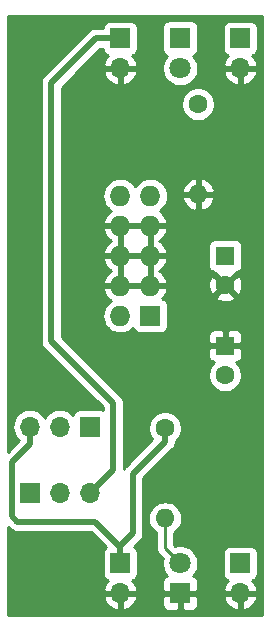
<source format=gbr>
G04 #@! TF.GenerationSoftware,KiCad,Pcbnew,(5.1.2)-2*
G04 #@! TF.CreationDate,2020-04-18T03:55:01-07:00*
G04 #@! TF.ProjectId,eurorackPower10pin,6575726f-7261-4636-9b50-6f7765723130,rev?*
G04 #@! TF.SameCoordinates,Original*
G04 #@! TF.FileFunction,Copper,L2,Bot*
G04 #@! TF.FilePolarity,Positive*
%FSLAX46Y46*%
G04 Gerber Fmt 4.6, Leading zero omitted, Abs format (unit mm)*
G04 Created by KiCad (PCBNEW (5.1.2)-2) date 2020-04-18 03:55:01*
%MOMM*%
%LPD*%
G04 APERTURE LIST*
%ADD10O,1.727200X1.727200*%
%ADD11R,1.727200X1.727200*%
%ADD12O,1.600000X1.600000*%
%ADD13C,1.600000*%
%ADD14R,1.700000X1.700000*%
%ADD15O,1.700000X1.700000*%
%ADD16C,1.800000*%
%ADD17R,1.800000X1.800000*%
%ADD18R,1.600000X1.600000*%
%ADD19C,0.508000*%
%ADD20C,0.250000*%
%ADD21C,0.254000*%
G04 APERTURE END LIST*
D10*
X0Y-13335000D03*
X2540000Y-13335000D03*
X0Y-15875000D03*
X2540000Y-15875000D03*
X0Y-18415000D03*
X2540000Y-18415000D03*
X0Y-20955000D03*
X2540000Y-20955000D03*
X0Y-23495000D03*
D11*
X2540000Y-23495000D03*
D12*
X6604000Y-13208000D03*
D13*
X6604000Y-5588000D03*
D12*
X3810000Y-40640000D03*
D13*
X3810000Y-33020000D03*
D14*
X10160000Y-44450000D03*
D15*
X10160000Y-46990000D03*
X10160000Y-2540000D03*
D14*
X10160000Y0D03*
X0Y-44450000D03*
D15*
X0Y-46990000D03*
X-7640000Y-32890000D03*
X-5100000Y-32890000D03*
D14*
X-2560000Y-32890000D03*
D15*
X0Y-2540000D03*
D14*
X0Y0D03*
D15*
X-2555000Y-38540000D03*
X-5095000Y-38540000D03*
D14*
X-7635000Y-38540000D03*
D16*
X5080000Y-44450000D03*
D17*
X5080000Y-46990000D03*
D16*
X5080000Y-2540000D03*
D17*
X5080000Y0D03*
D13*
X8890000Y-28535000D03*
D18*
X8890000Y-26035000D03*
D13*
X8890000Y-20915000D03*
D18*
X8890000Y-18415000D03*
D19*
X-2032000Y0D02*
X0Y0D01*
X-5842000Y-3810000D02*
X-2032000Y0D01*
X-5842000Y-25628000D02*
X-5842000Y-3810000D01*
X-580000Y-30890000D02*
X-5842000Y-25628000D01*
X-2555000Y-38540000D02*
X-580000Y-36565000D01*
X-580000Y-36565000D02*
X-580000Y-30890000D01*
D20*
X3810000Y-43180000D02*
X5080000Y-44450000D01*
X3810000Y-40640000D02*
X3810000Y-43180000D01*
D19*
X0Y-42960000D02*
X0Y-44450000D01*
X1080000Y-41880000D02*
X0Y-42960000D01*
X1080000Y-36881370D02*
X1080000Y-41880000D01*
X3810000Y-33020000D02*
X3810000Y-34151370D01*
X3810000Y-34151370D02*
X1080000Y-36881370D01*
X0Y-43050000D02*
X0Y-44450000D01*
X-7640000Y-34390000D02*
X-9160000Y-35910000D01*
X-7640000Y-32890000D02*
X-7640000Y-34390000D01*
X-9160000Y-35910000D02*
X-9160000Y-40470000D01*
X-9160000Y-40470000D02*
X-8700000Y-40930000D01*
X-8700000Y-40930000D02*
X-2120000Y-40930000D01*
X-2120000Y-40930000D02*
X0Y-43050000D01*
D21*
G36*
X12040001Y-48870000D02*
G01*
X-9500000Y-48870000D01*
X-9500000Y-47346890D01*
X-1441476Y-47346890D01*
X-1396825Y-47494099D01*
X-1271641Y-47756920D01*
X-1097588Y-47990269D01*
X-881355Y-48185178D01*
X-631252Y-48334157D01*
X-356891Y-48431481D01*
X-127000Y-48310814D01*
X-127000Y-47117000D01*
X127000Y-47117000D01*
X127000Y-48310814D01*
X356891Y-48431481D01*
X631252Y-48334157D01*
X881355Y-48185178D01*
X1097588Y-47990269D01*
X1172377Y-47890000D01*
X3541928Y-47890000D01*
X3554188Y-48014482D01*
X3590498Y-48134180D01*
X3649463Y-48244494D01*
X3728815Y-48341185D01*
X3825506Y-48420537D01*
X3935820Y-48479502D01*
X4055518Y-48515812D01*
X4180000Y-48528072D01*
X4794250Y-48525000D01*
X4953000Y-48366250D01*
X4953000Y-47117000D01*
X5207000Y-47117000D01*
X5207000Y-48366250D01*
X5365750Y-48525000D01*
X5980000Y-48528072D01*
X6104482Y-48515812D01*
X6224180Y-48479502D01*
X6334494Y-48420537D01*
X6431185Y-48341185D01*
X6510537Y-48244494D01*
X6569502Y-48134180D01*
X6605812Y-48014482D01*
X6618072Y-47890000D01*
X6615356Y-47346890D01*
X8718524Y-47346890D01*
X8763175Y-47494099D01*
X8888359Y-47756920D01*
X9062412Y-47990269D01*
X9278645Y-48185178D01*
X9528748Y-48334157D01*
X9803109Y-48431481D01*
X10033000Y-48310814D01*
X10033000Y-47117000D01*
X10287000Y-47117000D01*
X10287000Y-48310814D01*
X10516891Y-48431481D01*
X10791252Y-48334157D01*
X11041355Y-48185178D01*
X11257588Y-47990269D01*
X11431641Y-47756920D01*
X11556825Y-47494099D01*
X11601476Y-47346890D01*
X11480155Y-47117000D01*
X10287000Y-47117000D01*
X10033000Y-47117000D01*
X8839845Y-47117000D01*
X8718524Y-47346890D01*
X6615356Y-47346890D01*
X6615000Y-47275750D01*
X6456250Y-47117000D01*
X5207000Y-47117000D01*
X4953000Y-47117000D01*
X3703750Y-47117000D01*
X3545000Y-47275750D01*
X3541928Y-47890000D01*
X1172377Y-47890000D01*
X1271641Y-47756920D01*
X1396825Y-47494099D01*
X1441476Y-47346890D01*
X1320155Y-47117000D01*
X127000Y-47117000D01*
X-127000Y-47117000D01*
X-1320155Y-47117000D01*
X-1441476Y-47346890D01*
X-9500000Y-47346890D01*
X-9500000Y-41387234D01*
X-9359503Y-41527731D01*
X-9331659Y-41561659D01*
X-9196291Y-41672753D01*
X-9041851Y-41755303D01*
X-8975942Y-41775296D01*
X-8874276Y-41806136D01*
X-8841076Y-41809406D01*
X-8743667Y-41819000D01*
X-8743661Y-41819000D01*
X-8700001Y-41823300D01*
X-8656341Y-41819000D01*
X-2488235Y-41819000D01*
X-1222772Y-43084463D01*
X-1301185Y-43148815D01*
X-1380537Y-43245506D01*
X-1439502Y-43355820D01*
X-1475812Y-43475518D01*
X-1488072Y-43600000D01*
X-1488072Y-45300000D01*
X-1475812Y-45424482D01*
X-1439502Y-45544180D01*
X-1380537Y-45654494D01*
X-1301185Y-45751185D01*
X-1204494Y-45830537D01*
X-1094180Y-45889502D01*
X-1013534Y-45913966D01*
X-1097588Y-45989731D01*
X-1271641Y-46223080D01*
X-1396825Y-46485901D01*
X-1441476Y-46633110D01*
X-1320155Y-46863000D01*
X-127000Y-46863000D01*
X-127000Y-46843000D01*
X127000Y-46843000D01*
X127000Y-46863000D01*
X1320155Y-46863000D01*
X1441476Y-46633110D01*
X1396825Y-46485901D01*
X1271641Y-46223080D01*
X1097588Y-45989731D01*
X1013534Y-45913966D01*
X1094180Y-45889502D01*
X1204494Y-45830537D01*
X1301185Y-45751185D01*
X1380537Y-45654494D01*
X1439502Y-45544180D01*
X1475812Y-45424482D01*
X1488072Y-45300000D01*
X1488072Y-43600000D01*
X1475812Y-43475518D01*
X1439502Y-43355820D01*
X1380537Y-43245506D01*
X1301185Y-43148815D01*
X1204494Y-43069463D01*
X1167530Y-43049705D01*
X1677741Y-42539495D01*
X1711659Y-42511659D01*
X1742193Y-42474454D01*
X1822752Y-42376292D01*
X1822753Y-42376291D01*
X1905303Y-42221851D01*
X1956136Y-42054274D01*
X1969000Y-41923667D01*
X1969000Y-41923660D01*
X1973300Y-41880000D01*
X1969000Y-41836340D01*
X1969000Y-40640000D01*
X2368057Y-40640000D01*
X2395764Y-40921309D01*
X2477818Y-41191808D01*
X2611068Y-41441101D01*
X2790392Y-41659608D01*
X3008899Y-41838932D01*
X3050000Y-41860901D01*
X3050001Y-43142668D01*
X3046324Y-43180000D01*
X3060998Y-43328985D01*
X3104454Y-43472246D01*
X3175026Y-43604276D01*
X3246201Y-43691002D01*
X3270000Y-43720001D01*
X3298998Y-43743799D01*
X3596269Y-44041070D01*
X3545000Y-44298816D01*
X3545000Y-44601184D01*
X3603989Y-44897743D01*
X3719701Y-45177095D01*
X3887688Y-45428505D01*
X3954127Y-45494944D01*
X3935820Y-45500498D01*
X3825506Y-45559463D01*
X3728815Y-45638815D01*
X3649463Y-45735506D01*
X3590498Y-45845820D01*
X3554188Y-45965518D01*
X3541928Y-46090000D01*
X3545000Y-46704250D01*
X3703750Y-46863000D01*
X4953000Y-46863000D01*
X4953000Y-46843000D01*
X5207000Y-46843000D01*
X5207000Y-46863000D01*
X6456250Y-46863000D01*
X6615000Y-46704250D01*
X6618072Y-46090000D01*
X6605812Y-45965518D01*
X6569502Y-45845820D01*
X6510537Y-45735506D01*
X6431185Y-45638815D01*
X6334494Y-45559463D01*
X6224180Y-45500498D01*
X6205873Y-45494944D01*
X6272312Y-45428505D01*
X6440299Y-45177095D01*
X6556011Y-44897743D01*
X6615000Y-44601184D01*
X6615000Y-44298816D01*
X6556011Y-44002257D01*
X6440299Y-43722905D01*
X6358177Y-43600000D01*
X8671928Y-43600000D01*
X8671928Y-45300000D01*
X8684188Y-45424482D01*
X8720498Y-45544180D01*
X8779463Y-45654494D01*
X8858815Y-45751185D01*
X8955506Y-45830537D01*
X9065820Y-45889502D01*
X9146466Y-45913966D01*
X9062412Y-45989731D01*
X8888359Y-46223080D01*
X8763175Y-46485901D01*
X8718524Y-46633110D01*
X8839845Y-46863000D01*
X10033000Y-46863000D01*
X10033000Y-46843000D01*
X10287000Y-46843000D01*
X10287000Y-46863000D01*
X11480155Y-46863000D01*
X11601476Y-46633110D01*
X11556825Y-46485901D01*
X11431641Y-46223080D01*
X11257588Y-45989731D01*
X11173534Y-45913966D01*
X11254180Y-45889502D01*
X11364494Y-45830537D01*
X11461185Y-45751185D01*
X11540537Y-45654494D01*
X11599502Y-45544180D01*
X11635812Y-45424482D01*
X11648072Y-45300000D01*
X11648072Y-43600000D01*
X11635812Y-43475518D01*
X11599502Y-43355820D01*
X11540537Y-43245506D01*
X11461185Y-43148815D01*
X11364494Y-43069463D01*
X11254180Y-43010498D01*
X11134482Y-42974188D01*
X11010000Y-42961928D01*
X9310000Y-42961928D01*
X9185518Y-42974188D01*
X9065820Y-43010498D01*
X8955506Y-43069463D01*
X8858815Y-43148815D01*
X8779463Y-43245506D01*
X8720498Y-43355820D01*
X8684188Y-43475518D01*
X8671928Y-43600000D01*
X6358177Y-43600000D01*
X6272312Y-43471495D01*
X6058505Y-43257688D01*
X5807095Y-43089701D01*
X5527743Y-42973989D01*
X5231184Y-42915000D01*
X4928816Y-42915000D01*
X4671070Y-42966269D01*
X4570000Y-42865199D01*
X4570000Y-41860901D01*
X4611101Y-41838932D01*
X4829608Y-41659608D01*
X5008932Y-41441101D01*
X5142182Y-41191808D01*
X5224236Y-40921309D01*
X5251943Y-40640000D01*
X5224236Y-40358691D01*
X5142182Y-40088192D01*
X5008932Y-39838899D01*
X4829608Y-39620392D01*
X4611101Y-39441068D01*
X4361808Y-39307818D01*
X4091309Y-39225764D01*
X3880492Y-39205000D01*
X3739508Y-39205000D01*
X3528691Y-39225764D01*
X3258192Y-39307818D01*
X3008899Y-39441068D01*
X2790392Y-39620392D01*
X2611068Y-39838899D01*
X2477818Y-40088192D01*
X2395764Y-40358691D01*
X2368057Y-40640000D01*
X1969000Y-40640000D01*
X1969000Y-37249605D01*
X4407742Y-34810864D01*
X4441659Y-34783029D01*
X4552753Y-34647661D01*
X4635303Y-34493221D01*
X4666614Y-34390000D01*
X4686136Y-34325645D01*
X4691564Y-34270537D01*
X4699000Y-34195037D01*
X4699000Y-34195031D01*
X4703300Y-34151371D01*
X4703079Y-34149123D01*
X4724759Y-34134637D01*
X4924637Y-33934759D01*
X5081680Y-33699727D01*
X5189853Y-33438574D01*
X5245000Y-33161335D01*
X5245000Y-32878665D01*
X5189853Y-32601426D01*
X5081680Y-32340273D01*
X4924637Y-32105241D01*
X4724759Y-31905363D01*
X4489727Y-31748320D01*
X4228574Y-31640147D01*
X3951335Y-31585000D01*
X3668665Y-31585000D01*
X3391426Y-31640147D01*
X3130273Y-31748320D01*
X2895241Y-31905363D01*
X2695363Y-32105241D01*
X2538320Y-32340273D01*
X2430147Y-32601426D01*
X2375000Y-32878665D01*
X2375000Y-33161335D01*
X2430147Y-33438574D01*
X2538320Y-33699727D01*
X2695363Y-33934759D01*
X2732369Y-33971765D01*
X482264Y-36221871D01*
X448341Y-36249711D01*
X337247Y-36385080D01*
X309000Y-36437926D01*
X309000Y-30933660D01*
X313300Y-30890000D01*
X309000Y-30846340D01*
X309000Y-30846333D01*
X296136Y-30715726D01*
X245303Y-30548149D01*
X162753Y-30393709D01*
X51659Y-30258341D01*
X17742Y-30230506D01*
X-3377764Y-26835000D01*
X7451928Y-26835000D01*
X7464188Y-26959482D01*
X7500498Y-27079180D01*
X7559463Y-27189494D01*
X7638815Y-27286185D01*
X7735506Y-27365537D01*
X7845820Y-27424502D01*
X7941943Y-27453661D01*
X7775363Y-27620241D01*
X7618320Y-27855273D01*
X7510147Y-28116426D01*
X7455000Y-28393665D01*
X7455000Y-28676335D01*
X7510147Y-28953574D01*
X7618320Y-29214727D01*
X7775363Y-29449759D01*
X7975241Y-29649637D01*
X8210273Y-29806680D01*
X8471426Y-29914853D01*
X8748665Y-29970000D01*
X9031335Y-29970000D01*
X9308574Y-29914853D01*
X9569727Y-29806680D01*
X9804759Y-29649637D01*
X10004637Y-29449759D01*
X10161680Y-29214727D01*
X10269853Y-28953574D01*
X10325000Y-28676335D01*
X10325000Y-28393665D01*
X10269853Y-28116426D01*
X10161680Y-27855273D01*
X10004637Y-27620241D01*
X9838057Y-27453661D01*
X9934180Y-27424502D01*
X10044494Y-27365537D01*
X10141185Y-27286185D01*
X10220537Y-27189494D01*
X10279502Y-27079180D01*
X10315812Y-26959482D01*
X10328072Y-26835000D01*
X10325000Y-26320750D01*
X10166250Y-26162000D01*
X9017000Y-26162000D01*
X9017000Y-26182000D01*
X8763000Y-26182000D01*
X8763000Y-26162000D01*
X7613750Y-26162000D01*
X7455000Y-26320750D01*
X7451928Y-26835000D01*
X-3377764Y-26835000D01*
X-4953000Y-25259765D01*
X-4953000Y-25235000D01*
X7451928Y-25235000D01*
X7455000Y-25749250D01*
X7613750Y-25908000D01*
X8763000Y-25908000D01*
X8763000Y-24758750D01*
X9017000Y-24758750D01*
X9017000Y-25908000D01*
X10166250Y-25908000D01*
X10325000Y-25749250D01*
X10328072Y-25235000D01*
X10315812Y-25110518D01*
X10279502Y-24990820D01*
X10220537Y-24880506D01*
X10141185Y-24783815D01*
X10044494Y-24704463D01*
X9934180Y-24645498D01*
X9814482Y-24609188D01*
X9690000Y-24596928D01*
X9175750Y-24600000D01*
X9017000Y-24758750D01*
X8763000Y-24758750D01*
X8604250Y-24600000D01*
X8090000Y-24596928D01*
X7965518Y-24609188D01*
X7845820Y-24645498D01*
X7735506Y-24704463D01*
X7638815Y-24783815D01*
X7559463Y-24880506D01*
X7500498Y-24990820D01*
X7464188Y-25110518D01*
X7451928Y-25235000D01*
X-4953000Y-25235000D01*
X-4953000Y-23495000D01*
X-1505851Y-23495000D01*
X-1476916Y-23788777D01*
X-1391225Y-24071264D01*
X-1252069Y-24331606D01*
X-1064797Y-24559797D01*
X-836606Y-24747069D01*
X-576264Y-24886225D01*
X-293777Y-24971916D01*
X-73619Y-24993600D01*
X73619Y-24993600D01*
X293777Y-24971916D01*
X576264Y-24886225D01*
X836606Y-24747069D01*
X1064797Y-24559797D01*
X1071414Y-24551735D01*
X1086898Y-24602780D01*
X1145863Y-24713094D01*
X1225215Y-24809785D01*
X1321906Y-24889137D01*
X1432220Y-24948102D01*
X1551918Y-24984412D01*
X1676400Y-24996672D01*
X3403600Y-24996672D01*
X3528082Y-24984412D01*
X3647780Y-24948102D01*
X3758094Y-24889137D01*
X3854785Y-24809785D01*
X3934137Y-24713094D01*
X3993102Y-24602780D01*
X4029412Y-24483082D01*
X4041672Y-24358600D01*
X4041672Y-22631400D01*
X4029412Y-22506918D01*
X3993102Y-22387220D01*
X3934137Y-22276906D01*
X3854785Y-22180215D01*
X3758094Y-22100863D01*
X3647780Y-22041898D01*
X3583426Y-22022376D01*
X3646854Y-21965293D01*
X3689880Y-21907702D01*
X8076903Y-21907702D01*
X8148486Y-22151671D01*
X8403996Y-22272571D01*
X8678184Y-22341300D01*
X8960512Y-22355217D01*
X9240130Y-22313787D01*
X9506292Y-22218603D01*
X9631514Y-22151671D01*
X9703097Y-21907702D01*
X8890000Y-21094605D01*
X8076903Y-21907702D01*
X3689880Y-21907702D01*
X3822684Y-21729944D01*
X3949222Y-21464814D01*
X3994958Y-21314026D01*
X3873817Y-21082000D01*
X2667000Y-21082000D01*
X2667000Y-21102000D01*
X2413000Y-21102000D01*
X2413000Y-21082000D01*
X127000Y-21082000D01*
X127000Y-21102000D01*
X-127000Y-21102000D01*
X-127000Y-21082000D01*
X-1333817Y-21082000D01*
X-1454958Y-21314026D01*
X-1409222Y-21464814D01*
X-1282684Y-21729944D01*
X-1106854Y-21965293D01*
X-888488Y-22161817D01*
X-792090Y-22219137D01*
X-836606Y-22242931D01*
X-1064797Y-22430203D01*
X-1252069Y-22658394D01*
X-1391225Y-22918736D01*
X-1476916Y-23201223D01*
X-1505851Y-23495000D01*
X-4953000Y-23495000D01*
X-4953000Y-20985512D01*
X7449783Y-20985512D01*
X7491213Y-21265130D01*
X7586397Y-21531292D01*
X7653329Y-21656514D01*
X7897298Y-21728097D01*
X8710395Y-20915000D01*
X9069605Y-20915000D01*
X9882702Y-21728097D01*
X10126671Y-21656514D01*
X10247571Y-21401004D01*
X10316300Y-21126816D01*
X10330217Y-20844488D01*
X10288787Y-20564870D01*
X10193603Y-20298708D01*
X10126671Y-20173486D01*
X9882702Y-20101903D01*
X9069605Y-20915000D01*
X8710395Y-20915000D01*
X7897298Y-20101903D01*
X7653329Y-20173486D01*
X7532429Y-20428996D01*
X7463700Y-20703184D01*
X7449783Y-20985512D01*
X-4953000Y-20985512D01*
X-4953000Y-18774026D01*
X-1454958Y-18774026D01*
X-1409222Y-18924814D01*
X-1282684Y-19189944D01*
X-1106854Y-19425293D01*
X-888488Y-19621817D01*
X-782230Y-19685000D01*
X-888488Y-19748183D01*
X-1106854Y-19944707D01*
X-1282684Y-20180056D01*
X-1409222Y-20445186D01*
X-1454958Y-20595974D01*
X-1333817Y-20828000D01*
X-127000Y-20828000D01*
X-127000Y-18542000D01*
X127000Y-18542000D01*
X127000Y-20828000D01*
X2413000Y-20828000D01*
X2413000Y-18542000D01*
X2667000Y-18542000D01*
X2667000Y-20828000D01*
X3873817Y-20828000D01*
X3994958Y-20595974D01*
X3949222Y-20445186D01*
X3822684Y-20180056D01*
X3646854Y-19944707D01*
X3428488Y-19748183D01*
X3322230Y-19685000D01*
X3428488Y-19621817D01*
X3646854Y-19425293D01*
X3822684Y-19189944D01*
X3949222Y-18924814D01*
X3994958Y-18774026D01*
X3873817Y-18542000D01*
X2667000Y-18542000D01*
X2413000Y-18542000D01*
X127000Y-18542000D01*
X-127000Y-18542000D01*
X-1333817Y-18542000D01*
X-1454958Y-18774026D01*
X-4953000Y-18774026D01*
X-4953000Y-16234026D01*
X-1454958Y-16234026D01*
X-1409222Y-16384814D01*
X-1282684Y-16649944D01*
X-1106854Y-16885293D01*
X-888488Y-17081817D01*
X-782230Y-17145000D01*
X-888488Y-17208183D01*
X-1106854Y-17404707D01*
X-1282684Y-17640056D01*
X-1409222Y-17905186D01*
X-1454958Y-18055974D01*
X-1333817Y-18288000D01*
X-127000Y-18288000D01*
X-127000Y-16002000D01*
X127000Y-16002000D01*
X127000Y-18288000D01*
X2413000Y-18288000D01*
X2413000Y-16002000D01*
X2667000Y-16002000D01*
X2667000Y-18288000D01*
X3873817Y-18288000D01*
X3994958Y-18055974D01*
X3949222Y-17905186D01*
X3822684Y-17640056D01*
X3803965Y-17615000D01*
X7451928Y-17615000D01*
X7451928Y-19215000D01*
X7464188Y-19339482D01*
X7500498Y-19459180D01*
X7559463Y-19569494D01*
X7638815Y-19666185D01*
X7735506Y-19745537D01*
X7845820Y-19804502D01*
X7965518Y-19840812D01*
X8090000Y-19853072D01*
X8097215Y-19853072D01*
X8076903Y-19922298D01*
X8890000Y-20735395D01*
X9703097Y-19922298D01*
X9682785Y-19853072D01*
X9690000Y-19853072D01*
X9814482Y-19840812D01*
X9934180Y-19804502D01*
X10044494Y-19745537D01*
X10141185Y-19666185D01*
X10220537Y-19569494D01*
X10279502Y-19459180D01*
X10315812Y-19339482D01*
X10328072Y-19215000D01*
X10328072Y-17615000D01*
X10315812Y-17490518D01*
X10279502Y-17370820D01*
X10220537Y-17260506D01*
X10141185Y-17163815D01*
X10044494Y-17084463D01*
X9934180Y-17025498D01*
X9814482Y-16989188D01*
X9690000Y-16976928D01*
X8090000Y-16976928D01*
X7965518Y-16989188D01*
X7845820Y-17025498D01*
X7735506Y-17084463D01*
X7638815Y-17163815D01*
X7559463Y-17260506D01*
X7500498Y-17370820D01*
X7464188Y-17490518D01*
X7451928Y-17615000D01*
X3803965Y-17615000D01*
X3646854Y-17404707D01*
X3428488Y-17208183D01*
X3322230Y-17145000D01*
X3428488Y-17081817D01*
X3646854Y-16885293D01*
X3822684Y-16649944D01*
X3949222Y-16384814D01*
X3994958Y-16234026D01*
X3873817Y-16002000D01*
X2667000Y-16002000D01*
X2413000Y-16002000D01*
X127000Y-16002000D01*
X-127000Y-16002000D01*
X-1333817Y-16002000D01*
X-1454958Y-16234026D01*
X-4953000Y-16234026D01*
X-4953000Y-13335000D01*
X-1505851Y-13335000D01*
X-1476916Y-13628777D01*
X-1391225Y-13911264D01*
X-1252069Y-14171606D01*
X-1064797Y-14399797D01*
X-836606Y-14587069D01*
X-792090Y-14610863D01*
X-888488Y-14668183D01*
X-1106854Y-14864707D01*
X-1282684Y-15100056D01*
X-1409222Y-15365186D01*
X-1454958Y-15515974D01*
X-1333817Y-15748000D01*
X-127000Y-15748000D01*
X-127000Y-15728000D01*
X127000Y-15728000D01*
X127000Y-15748000D01*
X2413000Y-15748000D01*
X2413000Y-15728000D01*
X2667000Y-15728000D01*
X2667000Y-15748000D01*
X3873817Y-15748000D01*
X3994958Y-15515974D01*
X3949222Y-15365186D01*
X3822684Y-15100056D01*
X3646854Y-14864707D01*
X3428488Y-14668183D01*
X3332090Y-14610863D01*
X3376606Y-14587069D01*
X3604797Y-14399797D01*
X3792069Y-14171606D01*
X3931225Y-13911264D01*
X4016916Y-13628777D01*
X4023981Y-13557040D01*
X5212091Y-13557040D01*
X5306930Y-13821881D01*
X5451615Y-14063131D01*
X5640586Y-14271519D01*
X5866580Y-14439037D01*
X6120913Y-14559246D01*
X6254961Y-14599904D01*
X6477000Y-14477915D01*
X6477000Y-13335000D01*
X6731000Y-13335000D01*
X6731000Y-14477915D01*
X6953039Y-14599904D01*
X7087087Y-14559246D01*
X7341420Y-14439037D01*
X7567414Y-14271519D01*
X7756385Y-14063131D01*
X7901070Y-13821881D01*
X7995909Y-13557040D01*
X7874624Y-13335000D01*
X6731000Y-13335000D01*
X6477000Y-13335000D01*
X5333376Y-13335000D01*
X5212091Y-13557040D01*
X4023981Y-13557040D01*
X4045851Y-13335000D01*
X4016916Y-13041223D01*
X3961628Y-12858960D01*
X5212091Y-12858960D01*
X5333376Y-13081000D01*
X6477000Y-13081000D01*
X6477000Y-11938085D01*
X6731000Y-11938085D01*
X6731000Y-13081000D01*
X7874624Y-13081000D01*
X7995909Y-12858960D01*
X7901070Y-12594119D01*
X7756385Y-12352869D01*
X7567414Y-12144481D01*
X7341420Y-11976963D01*
X7087087Y-11856754D01*
X6953039Y-11816096D01*
X6731000Y-11938085D01*
X6477000Y-11938085D01*
X6254961Y-11816096D01*
X6120913Y-11856754D01*
X5866580Y-11976963D01*
X5640586Y-12144481D01*
X5451615Y-12352869D01*
X5306930Y-12594119D01*
X5212091Y-12858960D01*
X3961628Y-12858960D01*
X3931225Y-12758736D01*
X3792069Y-12498394D01*
X3604797Y-12270203D01*
X3376606Y-12082931D01*
X3116264Y-11943775D01*
X2833777Y-11858084D01*
X2613619Y-11836400D01*
X2466381Y-11836400D01*
X2246223Y-11858084D01*
X1963736Y-11943775D01*
X1703394Y-12082931D01*
X1475203Y-12270203D01*
X1287931Y-12498394D01*
X1270000Y-12531940D01*
X1252069Y-12498394D01*
X1064797Y-12270203D01*
X836606Y-12082931D01*
X576264Y-11943775D01*
X293777Y-11858084D01*
X73619Y-11836400D01*
X-73619Y-11836400D01*
X-293777Y-11858084D01*
X-576264Y-11943775D01*
X-836606Y-12082931D01*
X-1064797Y-12270203D01*
X-1252069Y-12498394D01*
X-1391225Y-12758736D01*
X-1476916Y-13041223D01*
X-1505851Y-13335000D01*
X-4953000Y-13335000D01*
X-4953000Y-5446665D01*
X5169000Y-5446665D01*
X5169000Y-5729335D01*
X5224147Y-6006574D01*
X5332320Y-6267727D01*
X5489363Y-6502759D01*
X5689241Y-6702637D01*
X5924273Y-6859680D01*
X6185426Y-6967853D01*
X6462665Y-7023000D01*
X6745335Y-7023000D01*
X7022574Y-6967853D01*
X7283727Y-6859680D01*
X7518759Y-6702637D01*
X7718637Y-6502759D01*
X7875680Y-6267727D01*
X7983853Y-6006574D01*
X8039000Y-5729335D01*
X8039000Y-5446665D01*
X7983853Y-5169426D01*
X7875680Y-4908273D01*
X7718637Y-4673241D01*
X7518759Y-4473363D01*
X7283727Y-4316320D01*
X7022574Y-4208147D01*
X6745335Y-4153000D01*
X6462665Y-4153000D01*
X6185426Y-4208147D01*
X5924273Y-4316320D01*
X5689241Y-4473363D01*
X5489363Y-4673241D01*
X5332320Y-4908273D01*
X5224147Y-5169426D01*
X5169000Y-5446665D01*
X-4953000Y-5446665D01*
X-4953000Y-4178235D01*
X-3671655Y-2896890D01*
X-1441476Y-2896890D01*
X-1396825Y-3044099D01*
X-1271641Y-3306920D01*
X-1097588Y-3540269D01*
X-881355Y-3735178D01*
X-631252Y-3884157D01*
X-356891Y-3981481D01*
X-127000Y-3860814D01*
X-127000Y-2667000D01*
X127000Y-2667000D01*
X127000Y-3860814D01*
X356891Y-3981481D01*
X631252Y-3884157D01*
X881355Y-3735178D01*
X1097588Y-3540269D01*
X1271641Y-3306920D01*
X1396825Y-3044099D01*
X1441476Y-2896890D01*
X1320155Y-2667000D01*
X127000Y-2667000D01*
X-127000Y-2667000D01*
X-1320155Y-2667000D01*
X-1441476Y-2896890D01*
X-3671655Y-2896890D01*
X-1663764Y-889000D01*
X-1484231Y-889000D01*
X-1475812Y-974482D01*
X-1439502Y-1094180D01*
X-1380537Y-1204494D01*
X-1301185Y-1301185D01*
X-1204494Y-1380537D01*
X-1094180Y-1439502D01*
X-1013534Y-1463966D01*
X-1097588Y-1539731D01*
X-1271641Y-1773080D01*
X-1396825Y-2035901D01*
X-1441476Y-2183110D01*
X-1320155Y-2413000D01*
X-127000Y-2413000D01*
X-127000Y-2393000D01*
X127000Y-2393000D01*
X127000Y-2413000D01*
X1320155Y-2413000D01*
X1441476Y-2183110D01*
X1396825Y-2035901D01*
X1271641Y-1773080D01*
X1097588Y-1539731D01*
X1013534Y-1463966D01*
X1094180Y-1439502D01*
X1204494Y-1380537D01*
X1301185Y-1301185D01*
X1380537Y-1204494D01*
X1439502Y-1094180D01*
X1475812Y-974482D01*
X1488072Y-850000D01*
X1488072Y850000D01*
X1483148Y900000D01*
X3541928Y900000D01*
X3541928Y-900000D01*
X3554188Y-1024482D01*
X3590498Y-1144180D01*
X3649463Y-1254494D01*
X3728815Y-1351185D01*
X3825506Y-1430537D01*
X3935820Y-1489502D01*
X3954127Y-1495056D01*
X3887688Y-1561495D01*
X3719701Y-1812905D01*
X3603989Y-2092257D01*
X3545000Y-2388816D01*
X3545000Y-2691184D01*
X3603989Y-2987743D01*
X3719701Y-3267095D01*
X3887688Y-3518505D01*
X4101495Y-3732312D01*
X4352905Y-3900299D01*
X4632257Y-4016011D01*
X4928816Y-4075000D01*
X5231184Y-4075000D01*
X5527743Y-4016011D01*
X5807095Y-3900299D01*
X6058505Y-3732312D01*
X6272312Y-3518505D01*
X6440299Y-3267095D01*
X6556011Y-2987743D01*
X6574082Y-2896890D01*
X8718524Y-2896890D01*
X8763175Y-3044099D01*
X8888359Y-3306920D01*
X9062412Y-3540269D01*
X9278645Y-3735178D01*
X9528748Y-3884157D01*
X9803109Y-3981481D01*
X10033000Y-3860814D01*
X10033000Y-2667000D01*
X10287000Y-2667000D01*
X10287000Y-3860814D01*
X10516891Y-3981481D01*
X10791252Y-3884157D01*
X11041355Y-3735178D01*
X11257588Y-3540269D01*
X11431641Y-3306920D01*
X11556825Y-3044099D01*
X11601476Y-2896890D01*
X11480155Y-2667000D01*
X10287000Y-2667000D01*
X10033000Y-2667000D01*
X8839845Y-2667000D01*
X8718524Y-2896890D01*
X6574082Y-2896890D01*
X6615000Y-2691184D01*
X6615000Y-2388816D01*
X6556011Y-2092257D01*
X6440299Y-1812905D01*
X6272312Y-1561495D01*
X6205873Y-1495056D01*
X6224180Y-1489502D01*
X6334494Y-1430537D01*
X6431185Y-1351185D01*
X6510537Y-1254494D01*
X6569502Y-1144180D01*
X6605812Y-1024482D01*
X6618072Y-900000D01*
X6618072Y850000D01*
X8671928Y850000D01*
X8671928Y-850000D01*
X8684188Y-974482D01*
X8720498Y-1094180D01*
X8779463Y-1204494D01*
X8858815Y-1301185D01*
X8955506Y-1380537D01*
X9065820Y-1439502D01*
X9146466Y-1463966D01*
X9062412Y-1539731D01*
X8888359Y-1773080D01*
X8763175Y-2035901D01*
X8718524Y-2183110D01*
X8839845Y-2413000D01*
X10033000Y-2413000D01*
X10033000Y-2393000D01*
X10287000Y-2393000D01*
X10287000Y-2413000D01*
X11480155Y-2413000D01*
X11601476Y-2183110D01*
X11556825Y-2035901D01*
X11431641Y-1773080D01*
X11257588Y-1539731D01*
X11173534Y-1463966D01*
X11254180Y-1439502D01*
X11364494Y-1380537D01*
X11461185Y-1301185D01*
X11540537Y-1204494D01*
X11599502Y-1094180D01*
X11635812Y-974482D01*
X11648072Y-850000D01*
X11648072Y850000D01*
X11635812Y974482D01*
X11599502Y1094180D01*
X11540537Y1204494D01*
X11461185Y1301185D01*
X11364494Y1380537D01*
X11254180Y1439502D01*
X11134482Y1475812D01*
X11010000Y1488072D01*
X9310000Y1488072D01*
X9185518Y1475812D01*
X9065820Y1439502D01*
X8955506Y1380537D01*
X8858815Y1301185D01*
X8779463Y1204494D01*
X8720498Y1094180D01*
X8684188Y974482D01*
X8671928Y850000D01*
X6618072Y850000D01*
X6618072Y900000D01*
X6605812Y1024482D01*
X6569502Y1144180D01*
X6510537Y1254494D01*
X6431185Y1351185D01*
X6334494Y1430537D01*
X6224180Y1489502D01*
X6104482Y1525812D01*
X5980000Y1538072D01*
X4180000Y1538072D01*
X4055518Y1525812D01*
X3935820Y1489502D01*
X3825506Y1430537D01*
X3728815Y1351185D01*
X3649463Y1254494D01*
X3590498Y1144180D01*
X3554188Y1024482D01*
X3541928Y900000D01*
X1483148Y900000D01*
X1475812Y974482D01*
X1439502Y1094180D01*
X1380537Y1204494D01*
X1301185Y1301185D01*
X1204494Y1380537D01*
X1094180Y1439502D01*
X974482Y1475812D01*
X850000Y1488072D01*
X-850000Y1488072D01*
X-974482Y1475812D01*
X-1094180Y1439502D01*
X-1204494Y1380537D01*
X-1301185Y1301185D01*
X-1380537Y1204494D01*
X-1439502Y1094180D01*
X-1475812Y974482D01*
X-1484231Y889000D01*
X-1988340Y889000D01*
X-2032000Y893300D01*
X-2075660Y889000D01*
X-2075667Y889000D01*
X-2189675Y877771D01*
X-2206275Y876136D01*
X-2257108Y860716D01*
X-2373851Y825303D01*
X-2528291Y742753D01*
X-2663659Y631659D01*
X-2691494Y597742D01*
X-6439741Y-3150506D01*
X-6473658Y-3178341D01*
X-6501493Y-3212258D01*
X-6501495Y-3212260D01*
X-6584752Y-3313709D01*
X-6667302Y-3468148D01*
X-6718136Y-3635726D01*
X-6735300Y-3810000D01*
X-6730999Y-3853670D01*
X-6731000Y-25584340D01*
X-6735300Y-25628000D01*
X-6731000Y-25671660D01*
X-6731000Y-25671666D01*
X-6718136Y-25802273D01*
X-6667303Y-25969850D01*
X-6584753Y-26124290D01*
X-6473659Y-26259659D01*
X-6439736Y-26287499D01*
X-1468999Y-31258237D01*
X-1468999Y-31449534D01*
X-1585518Y-31414188D01*
X-1710000Y-31401928D01*
X-3410000Y-31401928D01*
X-3534482Y-31414188D01*
X-3654180Y-31450498D01*
X-3764494Y-31509463D01*
X-3861185Y-31588815D01*
X-3940537Y-31685506D01*
X-3999502Y-31795820D01*
X-4020393Y-31864687D01*
X-4044866Y-31834866D01*
X-4270986Y-31649294D01*
X-4528966Y-31511401D01*
X-4808889Y-31426487D01*
X-5027050Y-31405000D01*
X-5172950Y-31405000D01*
X-5391111Y-31426487D01*
X-5671034Y-31511401D01*
X-5929014Y-31649294D01*
X-6155134Y-31834866D01*
X-6340706Y-32060986D01*
X-6370000Y-32115791D01*
X-6399294Y-32060986D01*
X-6584866Y-31834866D01*
X-6810986Y-31649294D01*
X-7068966Y-31511401D01*
X-7348889Y-31426487D01*
X-7567050Y-31405000D01*
X-7712950Y-31405000D01*
X-7931111Y-31426487D01*
X-8211034Y-31511401D01*
X-8469014Y-31649294D01*
X-8695134Y-31834866D01*
X-8880706Y-32060986D01*
X-9018599Y-32318966D01*
X-9103513Y-32598889D01*
X-9132185Y-32890000D01*
X-9103513Y-33181111D01*
X-9018599Y-33461034D01*
X-8880706Y-33719014D01*
X-8695134Y-33945134D01*
X-8561797Y-34054561D01*
X-9500000Y-34992765D01*
X-9500000Y1880000D01*
X12040000Y1880000D01*
X12040001Y-48870000D01*
X12040001Y-48870000D01*
G37*
X12040001Y-48870000D02*
X-9500000Y-48870000D01*
X-9500000Y-47346890D01*
X-1441476Y-47346890D01*
X-1396825Y-47494099D01*
X-1271641Y-47756920D01*
X-1097588Y-47990269D01*
X-881355Y-48185178D01*
X-631252Y-48334157D01*
X-356891Y-48431481D01*
X-127000Y-48310814D01*
X-127000Y-47117000D01*
X127000Y-47117000D01*
X127000Y-48310814D01*
X356891Y-48431481D01*
X631252Y-48334157D01*
X881355Y-48185178D01*
X1097588Y-47990269D01*
X1172377Y-47890000D01*
X3541928Y-47890000D01*
X3554188Y-48014482D01*
X3590498Y-48134180D01*
X3649463Y-48244494D01*
X3728815Y-48341185D01*
X3825506Y-48420537D01*
X3935820Y-48479502D01*
X4055518Y-48515812D01*
X4180000Y-48528072D01*
X4794250Y-48525000D01*
X4953000Y-48366250D01*
X4953000Y-47117000D01*
X5207000Y-47117000D01*
X5207000Y-48366250D01*
X5365750Y-48525000D01*
X5980000Y-48528072D01*
X6104482Y-48515812D01*
X6224180Y-48479502D01*
X6334494Y-48420537D01*
X6431185Y-48341185D01*
X6510537Y-48244494D01*
X6569502Y-48134180D01*
X6605812Y-48014482D01*
X6618072Y-47890000D01*
X6615356Y-47346890D01*
X8718524Y-47346890D01*
X8763175Y-47494099D01*
X8888359Y-47756920D01*
X9062412Y-47990269D01*
X9278645Y-48185178D01*
X9528748Y-48334157D01*
X9803109Y-48431481D01*
X10033000Y-48310814D01*
X10033000Y-47117000D01*
X10287000Y-47117000D01*
X10287000Y-48310814D01*
X10516891Y-48431481D01*
X10791252Y-48334157D01*
X11041355Y-48185178D01*
X11257588Y-47990269D01*
X11431641Y-47756920D01*
X11556825Y-47494099D01*
X11601476Y-47346890D01*
X11480155Y-47117000D01*
X10287000Y-47117000D01*
X10033000Y-47117000D01*
X8839845Y-47117000D01*
X8718524Y-47346890D01*
X6615356Y-47346890D01*
X6615000Y-47275750D01*
X6456250Y-47117000D01*
X5207000Y-47117000D01*
X4953000Y-47117000D01*
X3703750Y-47117000D01*
X3545000Y-47275750D01*
X3541928Y-47890000D01*
X1172377Y-47890000D01*
X1271641Y-47756920D01*
X1396825Y-47494099D01*
X1441476Y-47346890D01*
X1320155Y-47117000D01*
X127000Y-47117000D01*
X-127000Y-47117000D01*
X-1320155Y-47117000D01*
X-1441476Y-47346890D01*
X-9500000Y-47346890D01*
X-9500000Y-41387234D01*
X-9359503Y-41527731D01*
X-9331659Y-41561659D01*
X-9196291Y-41672753D01*
X-9041851Y-41755303D01*
X-8975942Y-41775296D01*
X-8874276Y-41806136D01*
X-8841076Y-41809406D01*
X-8743667Y-41819000D01*
X-8743661Y-41819000D01*
X-8700001Y-41823300D01*
X-8656341Y-41819000D01*
X-2488235Y-41819000D01*
X-1222772Y-43084463D01*
X-1301185Y-43148815D01*
X-1380537Y-43245506D01*
X-1439502Y-43355820D01*
X-1475812Y-43475518D01*
X-1488072Y-43600000D01*
X-1488072Y-45300000D01*
X-1475812Y-45424482D01*
X-1439502Y-45544180D01*
X-1380537Y-45654494D01*
X-1301185Y-45751185D01*
X-1204494Y-45830537D01*
X-1094180Y-45889502D01*
X-1013534Y-45913966D01*
X-1097588Y-45989731D01*
X-1271641Y-46223080D01*
X-1396825Y-46485901D01*
X-1441476Y-46633110D01*
X-1320155Y-46863000D01*
X-127000Y-46863000D01*
X-127000Y-46843000D01*
X127000Y-46843000D01*
X127000Y-46863000D01*
X1320155Y-46863000D01*
X1441476Y-46633110D01*
X1396825Y-46485901D01*
X1271641Y-46223080D01*
X1097588Y-45989731D01*
X1013534Y-45913966D01*
X1094180Y-45889502D01*
X1204494Y-45830537D01*
X1301185Y-45751185D01*
X1380537Y-45654494D01*
X1439502Y-45544180D01*
X1475812Y-45424482D01*
X1488072Y-45300000D01*
X1488072Y-43600000D01*
X1475812Y-43475518D01*
X1439502Y-43355820D01*
X1380537Y-43245506D01*
X1301185Y-43148815D01*
X1204494Y-43069463D01*
X1167530Y-43049705D01*
X1677741Y-42539495D01*
X1711659Y-42511659D01*
X1742193Y-42474454D01*
X1822752Y-42376292D01*
X1822753Y-42376291D01*
X1905303Y-42221851D01*
X1956136Y-42054274D01*
X1969000Y-41923667D01*
X1969000Y-41923660D01*
X1973300Y-41880000D01*
X1969000Y-41836340D01*
X1969000Y-40640000D01*
X2368057Y-40640000D01*
X2395764Y-40921309D01*
X2477818Y-41191808D01*
X2611068Y-41441101D01*
X2790392Y-41659608D01*
X3008899Y-41838932D01*
X3050000Y-41860901D01*
X3050001Y-43142668D01*
X3046324Y-43180000D01*
X3060998Y-43328985D01*
X3104454Y-43472246D01*
X3175026Y-43604276D01*
X3246201Y-43691002D01*
X3270000Y-43720001D01*
X3298998Y-43743799D01*
X3596269Y-44041070D01*
X3545000Y-44298816D01*
X3545000Y-44601184D01*
X3603989Y-44897743D01*
X3719701Y-45177095D01*
X3887688Y-45428505D01*
X3954127Y-45494944D01*
X3935820Y-45500498D01*
X3825506Y-45559463D01*
X3728815Y-45638815D01*
X3649463Y-45735506D01*
X3590498Y-45845820D01*
X3554188Y-45965518D01*
X3541928Y-46090000D01*
X3545000Y-46704250D01*
X3703750Y-46863000D01*
X4953000Y-46863000D01*
X4953000Y-46843000D01*
X5207000Y-46843000D01*
X5207000Y-46863000D01*
X6456250Y-46863000D01*
X6615000Y-46704250D01*
X6618072Y-46090000D01*
X6605812Y-45965518D01*
X6569502Y-45845820D01*
X6510537Y-45735506D01*
X6431185Y-45638815D01*
X6334494Y-45559463D01*
X6224180Y-45500498D01*
X6205873Y-45494944D01*
X6272312Y-45428505D01*
X6440299Y-45177095D01*
X6556011Y-44897743D01*
X6615000Y-44601184D01*
X6615000Y-44298816D01*
X6556011Y-44002257D01*
X6440299Y-43722905D01*
X6358177Y-43600000D01*
X8671928Y-43600000D01*
X8671928Y-45300000D01*
X8684188Y-45424482D01*
X8720498Y-45544180D01*
X8779463Y-45654494D01*
X8858815Y-45751185D01*
X8955506Y-45830537D01*
X9065820Y-45889502D01*
X9146466Y-45913966D01*
X9062412Y-45989731D01*
X8888359Y-46223080D01*
X8763175Y-46485901D01*
X8718524Y-46633110D01*
X8839845Y-46863000D01*
X10033000Y-46863000D01*
X10033000Y-46843000D01*
X10287000Y-46843000D01*
X10287000Y-46863000D01*
X11480155Y-46863000D01*
X11601476Y-46633110D01*
X11556825Y-46485901D01*
X11431641Y-46223080D01*
X11257588Y-45989731D01*
X11173534Y-45913966D01*
X11254180Y-45889502D01*
X11364494Y-45830537D01*
X11461185Y-45751185D01*
X11540537Y-45654494D01*
X11599502Y-45544180D01*
X11635812Y-45424482D01*
X11648072Y-45300000D01*
X11648072Y-43600000D01*
X11635812Y-43475518D01*
X11599502Y-43355820D01*
X11540537Y-43245506D01*
X11461185Y-43148815D01*
X11364494Y-43069463D01*
X11254180Y-43010498D01*
X11134482Y-42974188D01*
X11010000Y-42961928D01*
X9310000Y-42961928D01*
X9185518Y-42974188D01*
X9065820Y-43010498D01*
X8955506Y-43069463D01*
X8858815Y-43148815D01*
X8779463Y-43245506D01*
X8720498Y-43355820D01*
X8684188Y-43475518D01*
X8671928Y-43600000D01*
X6358177Y-43600000D01*
X6272312Y-43471495D01*
X6058505Y-43257688D01*
X5807095Y-43089701D01*
X5527743Y-42973989D01*
X5231184Y-42915000D01*
X4928816Y-42915000D01*
X4671070Y-42966269D01*
X4570000Y-42865199D01*
X4570000Y-41860901D01*
X4611101Y-41838932D01*
X4829608Y-41659608D01*
X5008932Y-41441101D01*
X5142182Y-41191808D01*
X5224236Y-40921309D01*
X5251943Y-40640000D01*
X5224236Y-40358691D01*
X5142182Y-40088192D01*
X5008932Y-39838899D01*
X4829608Y-39620392D01*
X4611101Y-39441068D01*
X4361808Y-39307818D01*
X4091309Y-39225764D01*
X3880492Y-39205000D01*
X3739508Y-39205000D01*
X3528691Y-39225764D01*
X3258192Y-39307818D01*
X3008899Y-39441068D01*
X2790392Y-39620392D01*
X2611068Y-39838899D01*
X2477818Y-40088192D01*
X2395764Y-40358691D01*
X2368057Y-40640000D01*
X1969000Y-40640000D01*
X1969000Y-37249605D01*
X4407742Y-34810864D01*
X4441659Y-34783029D01*
X4552753Y-34647661D01*
X4635303Y-34493221D01*
X4666614Y-34390000D01*
X4686136Y-34325645D01*
X4691564Y-34270537D01*
X4699000Y-34195037D01*
X4699000Y-34195031D01*
X4703300Y-34151371D01*
X4703079Y-34149123D01*
X4724759Y-34134637D01*
X4924637Y-33934759D01*
X5081680Y-33699727D01*
X5189853Y-33438574D01*
X5245000Y-33161335D01*
X5245000Y-32878665D01*
X5189853Y-32601426D01*
X5081680Y-32340273D01*
X4924637Y-32105241D01*
X4724759Y-31905363D01*
X4489727Y-31748320D01*
X4228574Y-31640147D01*
X3951335Y-31585000D01*
X3668665Y-31585000D01*
X3391426Y-31640147D01*
X3130273Y-31748320D01*
X2895241Y-31905363D01*
X2695363Y-32105241D01*
X2538320Y-32340273D01*
X2430147Y-32601426D01*
X2375000Y-32878665D01*
X2375000Y-33161335D01*
X2430147Y-33438574D01*
X2538320Y-33699727D01*
X2695363Y-33934759D01*
X2732369Y-33971765D01*
X482264Y-36221871D01*
X448341Y-36249711D01*
X337247Y-36385080D01*
X309000Y-36437926D01*
X309000Y-30933660D01*
X313300Y-30890000D01*
X309000Y-30846340D01*
X309000Y-30846333D01*
X296136Y-30715726D01*
X245303Y-30548149D01*
X162753Y-30393709D01*
X51659Y-30258341D01*
X17742Y-30230506D01*
X-3377764Y-26835000D01*
X7451928Y-26835000D01*
X7464188Y-26959482D01*
X7500498Y-27079180D01*
X7559463Y-27189494D01*
X7638815Y-27286185D01*
X7735506Y-27365537D01*
X7845820Y-27424502D01*
X7941943Y-27453661D01*
X7775363Y-27620241D01*
X7618320Y-27855273D01*
X7510147Y-28116426D01*
X7455000Y-28393665D01*
X7455000Y-28676335D01*
X7510147Y-28953574D01*
X7618320Y-29214727D01*
X7775363Y-29449759D01*
X7975241Y-29649637D01*
X8210273Y-29806680D01*
X8471426Y-29914853D01*
X8748665Y-29970000D01*
X9031335Y-29970000D01*
X9308574Y-29914853D01*
X9569727Y-29806680D01*
X9804759Y-29649637D01*
X10004637Y-29449759D01*
X10161680Y-29214727D01*
X10269853Y-28953574D01*
X10325000Y-28676335D01*
X10325000Y-28393665D01*
X10269853Y-28116426D01*
X10161680Y-27855273D01*
X10004637Y-27620241D01*
X9838057Y-27453661D01*
X9934180Y-27424502D01*
X10044494Y-27365537D01*
X10141185Y-27286185D01*
X10220537Y-27189494D01*
X10279502Y-27079180D01*
X10315812Y-26959482D01*
X10328072Y-26835000D01*
X10325000Y-26320750D01*
X10166250Y-26162000D01*
X9017000Y-26162000D01*
X9017000Y-26182000D01*
X8763000Y-26182000D01*
X8763000Y-26162000D01*
X7613750Y-26162000D01*
X7455000Y-26320750D01*
X7451928Y-26835000D01*
X-3377764Y-26835000D01*
X-4953000Y-25259765D01*
X-4953000Y-25235000D01*
X7451928Y-25235000D01*
X7455000Y-25749250D01*
X7613750Y-25908000D01*
X8763000Y-25908000D01*
X8763000Y-24758750D01*
X9017000Y-24758750D01*
X9017000Y-25908000D01*
X10166250Y-25908000D01*
X10325000Y-25749250D01*
X10328072Y-25235000D01*
X10315812Y-25110518D01*
X10279502Y-24990820D01*
X10220537Y-24880506D01*
X10141185Y-24783815D01*
X10044494Y-24704463D01*
X9934180Y-24645498D01*
X9814482Y-24609188D01*
X9690000Y-24596928D01*
X9175750Y-24600000D01*
X9017000Y-24758750D01*
X8763000Y-24758750D01*
X8604250Y-24600000D01*
X8090000Y-24596928D01*
X7965518Y-24609188D01*
X7845820Y-24645498D01*
X7735506Y-24704463D01*
X7638815Y-24783815D01*
X7559463Y-24880506D01*
X7500498Y-24990820D01*
X7464188Y-25110518D01*
X7451928Y-25235000D01*
X-4953000Y-25235000D01*
X-4953000Y-23495000D01*
X-1505851Y-23495000D01*
X-1476916Y-23788777D01*
X-1391225Y-24071264D01*
X-1252069Y-24331606D01*
X-1064797Y-24559797D01*
X-836606Y-24747069D01*
X-576264Y-24886225D01*
X-293777Y-24971916D01*
X-73619Y-24993600D01*
X73619Y-24993600D01*
X293777Y-24971916D01*
X576264Y-24886225D01*
X836606Y-24747069D01*
X1064797Y-24559797D01*
X1071414Y-24551735D01*
X1086898Y-24602780D01*
X1145863Y-24713094D01*
X1225215Y-24809785D01*
X1321906Y-24889137D01*
X1432220Y-24948102D01*
X1551918Y-24984412D01*
X1676400Y-24996672D01*
X3403600Y-24996672D01*
X3528082Y-24984412D01*
X3647780Y-24948102D01*
X3758094Y-24889137D01*
X3854785Y-24809785D01*
X3934137Y-24713094D01*
X3993102Y-24602780D01*
X4029412Y-24483082D01*
X4041672Y-24358600D01*
X4041672Y-22631400D01*
X4029412Y-22506918D01*
X3993102Y-22387220D01*
X3934137Y-22276906D01*
X3854785Y-22180215D01*
X3758094Y-22100863D01*
X3647780Y-22041898D01*
X3583426Y-22022376D01*
X3646854Y-21965293D01*
X3689880Y-21907702D01*
X8076903Y-21907702D01*
X8148486Y-22151671D01*
X8403996Y-22272571D01*
X8678184Y-22341300D01*
X8960512Y-22355217D01*
X9240130Y-22313787D01*
X9506292Y-22218603D01*
X9631514Y-22151671D01*
X9703097Y-21907702D01*
X8890000Y-21094605D01*
X8076903Y-21907702D01*
X3689880Y-21907702D01*
X3822684Y-21729944D01*
X3949222Y-21464814D01*
X3994958Y-21314026D01*
X3873817Y-21082000D01*
X2667000Y-21082000D01*
X2667000Y-21102000D01*
X2413000Y-21102000D01*
X2413000Y-21082000D01*
X127000Y-21082000D01*
X127000Y-21102000D01*
X-127000Y-21102000D01*
X-127000Y-21082000D01*
X-1333817Y-21082000D01*
X-1454958Y-21314026D01*
X-1409222Y-21464814D01*
X-1282684Y-21729944D01*
X-1106854Y-21965293D01*
X-888488Y-22161817D01*
X-792090Y-22219137D01*
X-836606Y-22242931D01*
X-1064797Y-22430203D01*
X-1252069Y-22658394D01*
X-1391225Y-22918736D01*
X-1476916Y-23201223D01*
X-1505851Y-23495000D01*
X-4953000Y-23495000D01*
X-4953000Y-20985512D01*
X7449783Y-20985512D01*
X7491213Y-21265130D01*
X7586397Y-21531292D01*
X7653329Y-21656514D01*
X7897298Y-21728097D01*
X8710395Y-20915000D01*
X9069605Y-20915000D01*
X9882702Y-21728097D01*
X10126671Y-21656514D01*
X10247571Y-21401004D01*
X10316300Y-21126816D01*
X10330217Y-20844488D01*
X10288787Y-20564870D01*
X10193603Y-20298708D01*
X10126671Y-20173486D01*
X9882702Y-20101903D01*
X9069605Y-20915000D01*
X8710395Y-20915000D01*
X7897298Y-20101903D01*
X7653329Y-20173486D01*
X7532429Y-20428996D01*
X7463700Y-20703184D01*
X7449783Y-20985512D01*
X-4953000Y-20985512D01*
X-4953000Y-18774026D01*
X-1454958Y-18774026D01*
X-1409222Y-18924814D01*
X-1282684Y-19189944D01*
X-1106854Y-19425293D01*
X-888488Y-19621817D01*
X-782230Y-19685000D01*
X-888488Y-19748183D01*
X-1106854Y-19944707D01*
X-1282684Y-20180056D01*
X-1409222Y-20445186D01*
X-1454958Y-20595974D01*
X-1333817Y-20828000D01*
X-127000Y-20828000D01*
X-127000Y-18542000D01*
X127000Y-18542000D01*
X127000Y-20828000D01*
X2413000Y-20828000D01*
X2413000Y-18542000D01*
X2667000Y-18542000D01*
X2667000Y-20828000D01*
X3873817Y-20828000D01*
X3994958Y-20595974D01*
X3949222Y-20445186D01*
X3822684Y-20180056D01*
X3646854Y-19944707D01*
X3428488Y-19748183D01*
X3322230Y-19685000D01*
X3428488Y-19621817D01*
X3646854Y-19425293D01*
X3822684Y-19189944D01*
X3949222Y-18924814D01*
X3994958Y-18774026D01*
X3873817Y-18542000D01*
X2667000Y-18542000D01*
X2413000Y-18542000D01*
X127000Y-18542000D01*
X-127000Y-18542000D01*
X-1333817Y-18542000D01*
X-1454958Y-18774026D01*
X-4953000Y-18774026D01*
X-4953000Y-16234026D01*
X-1454958Y-16234026D01*
X-1409222Y-16384814D01*
X-1282684Y-16649944D01*
X-1106854Y-16885293D01*
X-888488Y-17081817D01*
X-782230Y-17145000D01*
X-888488Y-17208183D01*
X-1106854Y-17404707D01*
X-1282684Y-17640056D01*
X-1409222Y-17905186D01*
X-1454958Y-18055974D01*
X-1333817Y-18288000D01*
X-127000Y-18288000D01*
X-127000Y-16002000D01*
X127000Y-16002000D01*
X127000Y-18288000D01*
X2413000Y-18288000D01*
X2413000Y-16002000D01*
X2667000Y-16002000D01*
X2667000Y-18288000D01*
X3873817Y-18288000D01*
X3994958Y-18055974D01*
X3949222Y-17905186D01*
X3822684Y-17640056D01*
X3803965Y-17615000D01*
X7451928Y-17615000D01*
X7451928Y-19215000D01*
X7464188Y-19339482D01*
X7500498Y-19459180D01*
X7559463Y-19569494D01*
X7638815Y-19666185D01*
X7735506Y-19745537D01*
X7845820Y-19804502D01*
X7965518Y-19840812D01*
X8090000Y-19853072D01*
X8097215Y-19853072D01*
X8076903Y-19922298D01*
X8890000Y-20735395D01*
X9703097Y-19922298D01*
X9682785Y-19853072D01*
X9690000Y-19853072D01*
X9814482Y-19840812D01*
X9934180Y-19804502D01*
X10044494Y-19745537D01*
X10141185Y-19666185D01*
X10220537Y-19569494D01*
X10279502Y-19459180D01*
X10315812Y-19339482D01*
X10328072Y-19215000D01*
X10328072Y-17615000D01*
X10315812Y-17490518D01*
X10279502Y-17370820D01*
X10220537Y-17260506D01*
X10141185Y-17163815D01*
X10044494Y-17084463D01*
X9934180Y-17025498D01*
X9814482Y-16989188D01*
X9690000Y-16976928D01*
X8090000Y-16976928D01*
X7965518Y-16989188D01*
X7845820Y-17025498D01*
X7735506Y-17084463D01*
X7638815Y-17163815D01*
X7559463Y-17260506D01*
X7500498Y-17370820D01*
X7464188Y-17490518D01*
X7451928Y-17615000D01*
X3803965Y-17615000D01*
X3646854Y-17404707D01*
X3428488Y-17208183D01*
X3322230Y-17145000D01*
X3428488Y-17081817D01*
X3646854Y-16885293D01*
X3822684Y-16649944D01*
X3949222Y-16384814D01*
X3994958Y-16234026D01*
X3873817Y-16002000D01*
X2667000Y-16002000D01*
X2413000Y-16002000D01*
X127000Y-16002000D01*
X-127000Y-16002000D01*
X-1333817Y-16002000D01*
X-1454958Y-16234026D01*
X-4953000Y-16234026D01*
X-4953000Y-13335000D01*
X-1505851Y-13335000D01*
X-1476916Y-13628777D01*
X-1391225Y-13911264D01*
X-1252069Y-14171606D01*
X-1064797Y-14399797D01*
X-836606Y-14587069D01*
X-792090Y-14610863D01*
X-888488Y-14668183D01*
X-1106854Y-14864707D01*
X-1282684Y-15100056D01*
X-1409222Y-15365186D01*
X-1454958Y-15515974D01*
X-1333817Y-15748000D01*
X-127000Y-15748000D01*
X-127000Y-15728000D01*
X127000Y-15728000D01*
X127000Y-15748000D01*
X2413000Y-15748000D01*
X2413000Y-15728000D01*
X2667000Y-15728000D01*
X2667000Y-15748000D01*
X3873817Y-15748000D01*
X3994958Y-15515974D01*
X3949222Y-15365186D01*
X3822684Y-15100056D01*
X3646854Y-14864707D01*
X3428488Y-14668183D01*
X3332090Y-14610863D01*
X3376606Y-14587069D01*
X3604797Y-14399797D01*
X3792069Y-14171606D01*
X3931225Y-13911264D01*
X4016916Y-13628777D01*
X4023981Y-13557040D01*
X5212091Y-13557040D01*
X5306930Y-13821881D01*
X5451615Y-14063131D01*
X5640586Y-14271519D01*
X5866580Y-14439037D01*
X6120913Y-14559246D01*
X6254961Y-14599904D01*
X6477000Y-14477915D01*
X6477000Y-13335000D01*
X6731000Y-13335000D01*
X6731000Y-14477915D01*
X6953039Y-14599904D01*
X7087087Y-14559246D01*
X7341420Y-14439037D01*
X7567414Y-14271519D01*
X7756385Y-14063131D01*
X7901070Y-13821881D01*
X7995909Y-13557040D01*
X7874624Y-13335000D01*
X6731000Y-13335000D01*
X6477000Y-13335000D01*
X5333376Y-13335000D01*
X5212091Y-13557040D01*
X4023981Y-13557040D01*
X4045851Y-13335000D01*
X4016916Y-13041223D01*
X3961628Y-12858960D01*
X5212091Y-12858960D01*
X5333376Y-13081000D01*
X6477000Y-13081000D01*
X6477000Y-11938085D01*
X6731000Y-11938085D01*
X6731000Y-13081000D01*
X7874624Y-13081000D01*
X7995909Y-12858960D01*
X7901070Y-12594119D01*
X7756385Y-12352869D01*
X7567414Y-12144481D01*
X7341420Y-11976963D01*
X7087087Y-11856754D01*
X6953039Y-11816096D01*
X6731000Y-11938085D01*
X6477000Y-11938085D01*
X6254961Y-11816096D01*
X6120913Y-11856754D01*
X5866580Y-11976963D01*
X5640586Y-12144481D01*
X5451615Y-12352869D01*
X5306930Y-12594119D01*
X5212091Y-12858960D01*
X3961628Y-12858960D01*
X3931225Y-12758736D01*
X3792069Y-12498394D01*
X3604797Y-12270203D01*
X3376606Y-12082931D01*
X3116264Y-11943775D01*
X2833777Y-11858084D01*
X2613619Y-11836400D01*
X2466381Y-11836400D01*
X2246223Y-11858084D01*
X1963736Y-11943775D01*
X1703394Y-12082931D01*
X1475203Y-12270203D01*
X1287931Y-12498394D01*
X1270000Y-12531940D01*
X1252069Y-12498394D01*
X1064797Y-12270203D01*
X836606Y-12082931D01*
X576264Y-11943775D01*
X293777Y-11858084D01*
X73619Y-11836400D01*
X-73619Y-11836400D01*
X-293777Y-11858084D01*
X-576264Y-11943775D01*
X-836606Y-12082931D01*
X-1064797Y-12270203D01*
X-1252069Y-12498394D01*
X-1391225Y-12758736D01*
X-1476916Y-13041223D01*
X-1505851Y-13335000D01*
X-4953000Y-13335000D01*
X-4953000Y-5446665D01*
X5169000Y-5446665D01*
X5169000Y-5729335D01*
X5224147Y-6006574D01*
X5332320Y-6267727D01*
X5489363Y-6502759D01*
X5689241Y-6702637D01*
X5924273Y-6859680D01*
X6185426Y-6967853D01*
X6462665Y-7023000D01*
X6745335Y-7023000D01*
X7022574Y-6967853D01*
X7283727Y-6859680D01*
X7518759Y-6702637D01*
X7718637Y-6502759D01*
X7875680Y-6267727D01*
X7983853Y-6006574D01*
X8039000Y-5729335D01*
X8039000Y-5446665D01*
X7983853Y-5169426D01*
X7875680Y-4908273D01*
X7718637Y-4673241D01*
X7518759Y-4473363D01*
X7283727Y-4316320D01*
X7022574Y-4208147D01*
X6745335Y-4153000D01*
X6462665Y-4153000D01*
X6185426Y-4208147D01*
X5924273Y-4316320D01*
X5689241Y-4473363D01*
X5489363Y-4673241D01*
X5332320Y-4908273D01*
X5224147Y-5169426D01*
X5169000Y-5446665D01*
X-4953000Y-5446665D01*
X-4953000Y-4178235D01*
X-3671655Y-2896890D01*
X-1441476Y-2896890D01*
X-1396825Y-3044099D01*
X-1271641Y-3306920D01*
X-1097588Y-3540269D01*
X-881355Y-3735178D01*
X-631252Y-3884157D01*
X-356891Y-3981481D01*
X-127000Y-3860814D01*
X-127000Y-2667000D01*
X127000Y-2667000D01*
X127000Y-3860814D01*
X356891Y-3981481D01*
X631252Y-3884157D01*
X881355Y-3735178D01*
X1097588Y-3540269D01*
X1271641Y-3306920D01*
X1396825Y-3044099D01*
X1441476Y-2896890D01*
X1320155Y-2667000D01*
X127000Y-2667000D01*
X-127000Y-2667000D01*
X-1320155Y-2667000D01*
X-1441476Y-2896890D01*
X-3671655Y-2896890D01*
X-1663764Y-889000D01*
X-1484231Y-889000D01*
X-1475812Y-974482D01*
X-1439502Y-1094180D01*
X-1380537Y-1204494D01*
X-1301185Y-1301185D01*
X-1204494Y-1380537D01*
X-1094180Y-1439502D01*
X-1013534Y-1463966D01*
X-1097588Y-1539731D01*
X-1271641Y-1773080D01*
X-1396825Y-2035901D01*
X-1441476Y-2183110D01*
X-1320155Y-2413000D01*
X-127000Y-2413000D01*
X-127000Y-2393000D01*
X127000Y-2393000D01*
X127000Y-2413000D01*
X1320155Y-2413000D01*
X1441476Y-2183110D01*
X1396825Y-2035901D01*
X1271641Y-1773080D01*
X1097588Y-1539731D01*
X1013534Y-1463966D01*
X1094180Y-1439502D01*
X1204494Y-1380537D01*
X1301185Y-1301185D01*
X1380537Y-1204494D01*
X1439502Y-1094180D01*
X1475812Y-974482D01*
X1488072Y-850000D01*
X1488072Y850000D01*
X1483148Y900000D01*
X3541928Y900000D01*
X3541928Y-900000D01*
X3554188Y-1024482D01*
X3590498Y-1144180D01*
X3649463Y-1254494D01*
X3728815Y-1351185D01*
X3825506Y-1430537D01*
X3935820Y-1489502D01*
X3954127Y-1495056D01*
X3887688Y-1561495D01*
X3719701Y-1812905D01*
X3603989Y-2092257D01*
X3545000Y-2388816D01*
X3545000Y-2691184D01*
X3603989Y-2987743D01*
X3719701Y-3267095D01*
X3887688Y-3518505D01*
X4101495Y-3732312D01*
X4352905Y-3900299D01*
X4632257Y-4016011D01*
X4928816Y-4075000D01*
X5231184Y-4075000D01*
X5527743Y-4016011D01*
X5807095Y-3900299D01*
X6058505Y-3732312D01*
X6272312Y-3518505D01*
X6440299Y-3267095D01*
X6556011Y-2987743D01*
X6574082Y-2896890D01*
X8718524Y-2896890D01*
X8763175Y-3044099D01*
X8888359Y-3306920D01*
X9062412Y-3540269D01*
X9278645Y-3735178D01*
X9528748Y-3884157D01*
X9803109Y-3981481D01*
X10033000Y-3860814D01*
X10033000Y-2667000D01*
X10287000Y-2667000D01*
X10287000Y-3860814D01*
X10516891Y-3981481D01*
X10791252Y-3884157D01*
X11041355Y-3735178D01*
X11257588Y-3540269D01*
X11431641Y-3306920D01*
X11556825Y-3044099D01*
X11601476Y-2896890D01*
X11480155Y-2667000D01*
X10287000Y-2667000D01*
X10033000Y-2667000D01*
X8839845Y-2667000D01*
X8718524Y-2896890D01*
X6574082Y-2896890D01*
X6615000Y-2691184D01*
X6615000Y-2388816D01*
X6556011Y-2092257D01*
X6440299Y-1812905D01*
X6272312Y-1561495D01*
X6205873Y-1495056D01*
X6224180Y-1489502D01*
X6334494Y-1430537D01*
X6431185Y-1351185D01*
X6510537Y-1254494D01*
X6569502Y-1144180D01*
X6605812Y-1024482D01*
X6618072Y-900000D01*
X6618072Y850000D01*
X8671928Y850000D01*
X8671928Y-850000D01*
X8684188Y-974482D01*
X8720498Y-1094180D01*
X8779463Y-1204494D01*
X8858815Y-1301185D01*
X8955506Y-1380537D01*
X9065820Y-1439502D01*
X9146466Y-1463966D01*
X9062412Y-1539731D01*
X8888359Y-1773080D01*
X8763175Y-2035901D01*
X8718524Y-2183110D01*
X8839845Y-2413000D01*
X10033000Y-2413000D01*
X10033000Y-2393000D01*
X10287000Y-2393000D01*
X10287000Y-2413000D01*
X11480155Y-2413000D01*
X11601476Y-2183110D01*
X11556825Y-2035901D01*
X11431641Y-1773080D01*
X11257588Y-1539731D01*
X11173534Y-1463966D01*
X11254180Y-1439502D01*
X11364494Y-1380537D01*
X11461185Y-1301185D01*
X11540537Y-1204494D01*
X11599502Y-1094180D01*
X11635812Y-974482D01*
X11648072Y-850000D01*
X11648072Y850000D01*
X11635812Y974482D01*
X11599502Y1094180D01*
X11540537Y1204494D01*
X11461185Y1301185D01*
X11364494Y1380537D01*
X11254180Y1439502D01*
X11134482Y1475812D01*
X11010000Y1488072D01*
X9310000Y1488072D01*
X9185518Y1475812D01*
X9065820Y1439502D01*
X8955506Y1380537D01*
X8858815Y1301185D01*
X8779463Y1204494D01*
X8720498Y1094180D01*
X8684188Y974482D01*
X8671928Y850000D01*
X6618072Y850000D01*
X6618072Y900000D01*
X6605812Y1024482D01*
X6569502Y1144180D01*
X6510537Y1254494D01*
X6431185Y1351185D01*
X6334494Y1430537D01*
X6224180Y1489502D01*
X6104482Y1525812D01*
X5980000Y1538072D01*
X4180000Y1538072D01*
X4055518Y1525812D01*
X3935820Y1489502D01*
X3825506Y1430537D01*
X3728815Y1351185D01*
X3649463Y1254494D01*
X3590498Y1144180D01*
X3554188Y1024482D01*
X3541928Y900000D01*
X1483148Y900000D01*
X1475812Y974482D01*
X1439502Y1094180D01*
X1380537Y1204494D01*
X1301185Y1301185D01*
X1204494Y1380537D01*
X1094180Y1439502D01*
X974482Y1475812D01*
X850000Y1488072D01*
X-850000Y1488072D01*
X-974482Y1475812D01*
X-1094180Y1439502D01*
X-1204494Y1380537D01*
X-1301185Y1301185D01*
X-1380537Y1204494D01*
X-1439502Y1094180D01*
X-1475812Y974482D01*
X-1484231Y889000D01*
X-1988340Y889000D01*
X-2032000Y893300D01*
X-2075660Y889000D01*
X-2075667Y889000D01*
X-2189675Y877771D01*
X-2206275Y876136D01*
X-2257108Y860716D01*
X-2373851Y825303D01*
X-2528291Y742753D01*
X-2663659Y631659D01*
X-2691494Y597742D01*
X-6439741Y-3150506D01*
X-6473658Y-3178341D01*
X-6501493Y-3212258D01*
X-6501495Y-3212260D01*
X-6584752Y-3313709D01*
X-6667302Y-3468148D01*
X-6718136Y-3635726D01*
X-6735300Y-3810000D01*
X-6730999Y-3853670D01*
X-6731000Y-25584340D01*
X-6735300Y-25628000D01*
X-6731000Y-25671660D01*
X-6731000Y-25671666D01*
X-6718136Y-25802273D01*
X-6667303Y-25969850D01*
X-6584753Y-26124290D01*
X-6473659Y-26259659D01*
X-6439736Y-26287499D01*
X-1468999Y-31258237D01*
X-1468999Y-31449534D01*
X-1585518Y-31414188D01*
X-1710000Y-31401928D01*
X-3410000Y-31401928D01*
X-3534482Y-31414188D01*
X-3654180Y-31450498D01*
X-3764494Y-31509463D01*
X-3861185Y-31588815D01*
X-3940537Y-31685506D01*
X-3999502Y-31795820D01*
X-4020393Y-31864687D01*
X-4044866Y-31834866D01*
X-4270986Y-31649294D01*
X-4528966Y-31511401D01*
X-4808889Y-31426487D01*
X-5027050Y-31405000D01*
X-5172950Y-31405000D01*
X-5391111Y-31426487D01*
X-5671034Y-31511401D01*
X-5929014Y-31649294D01*
X-6155134Y-31834866D01*
X-6340706Y-32060986D01*
X-6370000Y-32115791D01*
X-6399294Y-32060986D01*
X-6584866Y-31834866D01*
X-6810986Y-31649294D01*
X-7068966Y-31511401D01*
X-7348889Y-31426487D01*
X-7567050Y-31405000D01*
X-7712950Y-31405000D01*
X-7931111Y-31426487D01*
X-8211034Y-31511401D01*
X-8469014Y-31649294D01*
X-8695134Y-31834866D01*
X-8880706Y-32060986D01*
X-9018599Y-32318966D01*
X-9103513Y-32598889D01*
X-9132185Y-32890000D01*
X-9103513Y-33181111D01*
X-9018599Y-33461034D01*
X-8880706Y-33719014D01*
X-8695134Y-33945134D01*
X-8561797Y-34054561D01*
X-9500000Y-34992765D01*
X-9500000Y1880000D01*
X12040000Y1880000D01*
X12040001Y-48870000D01*
M02*

</source>
